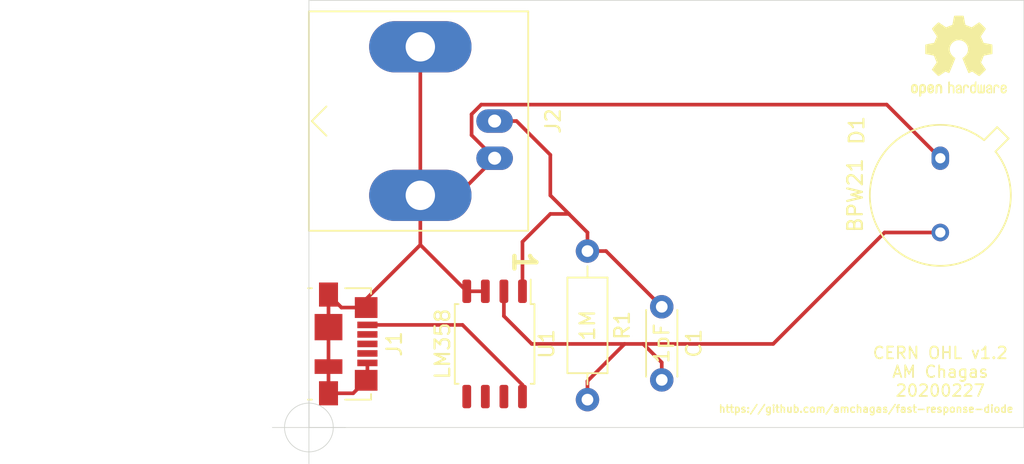
<source format=kicad_pcb>

(kicad_pcb
  (version 20171130)
  (host pcbnew "(5.1.12)-1")
  (general
    (thickness 1.6)
    (drawings 13)
    (tracks 48)
    (zones 0)
    (modules 7)
    (nets 8))
  (page A4)
  (layers
    (0 F.Cu signal)
    (31 B.Cu signal)
    (32 B.Adhes user hide)
    (33 F.Adhes user hide)
    (34 B.Paste user hide)
    (35 F.Paste user hide)
    (36 B.SilkS user hide)
    (37 F.SilkS user hide)
    (38 B.Mask user hide)
    (39 F.Mask user hide)
    (40 Dwgs.User user hide)
    (41 Cmts.User user hide)
    (42 Eco1.User user hide)
    (43 Eco2.User user hide)
    (44 Edge.Cuts user)
    (45 Margin user hide)
    (46 B.CrtYd user hide)
    (47 F.CrtYd user hide)
    (48 B.Fab user hide)
    (49 F.Fab user hide))
  (setup
    (last_trace_width 0.25)
    (trace_clearance 0.2)
    (zone_clearance 0.508)
    (zone_45_only no)
    (trace_min 0.2)
    (via_size 0.8)
    (via_drill 0.4)
    (via_min_size 0.4)
    (via_min_drill 0.3)
    (uvia_size 0.3)
    (uvia_drill 0.1)
    (uvias_allowed no)
    (uvia_min_size 0.2)
    (uvia_min_drill 0.1)
    (edge_width 0.05)
    (segment_width 0.2)
    (pcb_text_width 0.3)
    (pcb_text_size 1.5 1.5)
    (mod_edge_width 0.12)
    (mod_text_size 1 1)
    (mod_text_width 0.15)
    (pad_size 1.524 1.524)
    (pad_drill 0.762)
    (pad_to_mask_clearance 0.051)
    (solder_mask_min_width 0.25)
    (aux_axis_origin 106.68 116.84)
    (grid_origin 105.41 118.11)
    (visible_elements 7FFFFFFF)
    (pcbplotparams
      (layerselection 0x2ffff_ffffffff)
      (usegerberextensions false)
      (usegerberattributes false)
      (usegerberadvancedattributes false)
      (creategerberjobfile false)
      (excludeedgelayer true)
      (linewidth 0.1)
      (plotframeref false)
      (viasonmask false)
      (mode 1)
      (useauxorigin false)
      (hpglpennumber 1)
      (hpglpenspeed 20)
      (hpglpendiameter 15.0)
      (psnegative false)
      (psa4output false)
      (plotreference true)
      (plotvalue true)
      (plotinvisibletext false)
      (padsonsilk false)
      (subtractmaskfromsilk false)
      (outputformat 1)
      (mirror false)
      (drillshape 0)
      (scaleselection 1)
      (outputdirectory "gerbers/")))
  (net 0 "")
  (net 1 /BNC+)
  (net 2 "Net-(C1-Pad2)")
  (net 3 GNDREF)
  (net 4 +5V)
  (net 5 "Net-(J1-Pad2)")
  (net 6 "Net-(J1-Pad3)")
  (net 7 "Net-(J1-Pad4)")
  (net_class Default "This is the default net class."
    (clearance 0.2)
    (trace_width 0.25)
    (via_dia 0.8)
    (via_drill 0.4)
    (uvia_dia 0.3)
    (uvia_drill 0.1)
    (add_net +5V)
    (add_net /BNC+)
    (add_net GNDREF)
    (add_net "Net-(C1-Pad2)")
    (add_net "Net-(J1-Pad2)")
    (add_net "Net-(J1-Pad3)")
    (add_net "Net-(J1-Pad4)"))
  (module Symbol:OSHW-Logo2_7.3x6mm_SilkScreen
    (layer F.Cu)
    (tedit 0)
    (tstamp 5E57F149)
    (at 151.13 90.805)
    (descr "Open Source Hardware Symbol")
    (tags "Logo Symbol OSHW")
    (attr virtual)
    (fp_text reference REF**
      (at 0 0)
      (layer F.SilkS) hide
      (effects
        (font
          (size 1 1)
          (thickness 0.15))))
    (fp_text value OSHW-Logo2_7.3x6mm_SilkScreen
      (at 0.75 0)
      (layer F.Fab) hide
      (effects
        (font
          (size 1 1)
          (thickness 0.15))))
    (fp_poly
      (pts
        (xy -2.400256 1.919918)
        (xy -2.344799 1.947568)
        (xy -2.295852 1.99848)
        (xy -2.282371 2.017338)
        (xy -2.267686 2.042015)
        (xy -2.258158 2.068816)
        (xy -2.252707 2.104587)
        (xy -2.250253 2.156169)
        (xy -2.249714 2.224267)
        (xy -2.252148 2.317588)
        (xy -2.260606 2.387657)
        (xy -2.276826 2.439931)
        (xy -2.302546 2.479869)
        (xy -2.339503 2.512929)
        (xy -2.342218 2.514886)
        (xy -2.37864 2.534908)
        (xy -2.422498 2.544815)
        (xy -2.478276 2.547257)
        (xy -2.568952 2.547257)
        (xy -2.56899 2.635283)
        (xy -2.569834 2.684308)
        (xy -2.574976 2.713065)
        (xy -2.588413 2.730311)
        (xy -2.614142 2.744808)
        (xy -2.620321 2.747769)
        (xy -2.649236 2.761648)
        (xy -2.671624 2.770414)
        (xy -2.688271 2.771171)
        (xy -2.699964 2.761023)
        (xy -2.70749 2.737073)
        (xy -2.711634 2.696426)
        (xy -2.713185 2.636186)
        (xy -2.712929 2.553455)
        (xy -2.711651 2.445339)
        (xy -2.711252 2.413)
        (xy -2.709815 2.301524)
        (xy -2.708528 2.228603)
        (xy -2.569029 2.228603)
        (xy -2.568245 2.290499)
        (xy -2.56476 2.330997)
        (xy -2.556876 2.357708)
        (xy -2.542895 2.378244)
        (xy -2.533403 2.38826)
        (xy -2.494596 2.417567)
        (xy -2.460237 2.419952)
        (xy -2.424784 2.39575)
        (xy -2.423886 2.394857)
        (xy -2.409461 2.376153)
        (xy -2.400687 2.350732)
        (xy -2.396261 2.311584)
        (xy -2.394882 2.251697)
        (xy -2.394857 2.23843)
        (xy -2.398188 2.155901)
        (xy -2.409031 2.098691)
        (xy -2.42866 2.063766)
        (xy -2.45835 2.048094)
        (xy -2.475509 2.046514)
        (xy -2.516234 2.053926)
        (xy -2.544168 2.07833)
        (xy -2.560983 2.12298)
        (xy -2.56835 2.19113)
        (xy -2.569029 2.228603)
        (xy -2.708528 2.228603)
        (xy -2.708292 2.215245)
        (xy -2.706323 2.150333)
        (xy -2.70355 2.102958)
        (xy -2.699612 2.06929)
        (xy -2.694151 2.045498)
        (xy -2.686808 2.027753)
        (xy -2.677223 2.012224)
        (xy -2.673113 2.006381)
        (xy -2.618595 1.951185)
        (xy -2.549664 1.91989)
        (xy -2.469928 1.911165)
        (xy -2.400256 1.919918))
      (layer F.SilkS)
      (width 0.01))
    (fp_poly
      (pts
        (xy -1.283907 1.92778)
        (xy -1.237328 1.954723)
        (xy -1.204943 1.981466)
        (xy -1.181258 2.009484)
        (xy -1.164941 2.043748)
        (xy -1.154661 2.089227)
        (xy -1.149086 2.150892)
        (xy -1.146884 2.233711)
        (xy -1.146629 2.293246)
        (xy -1.146629 2.512391)
        (xy -1.208314 2.540044)
        (xy -1.27 2.567697)
        (xy -1.277257 2.32767)
        (xy -1.280256 2.238028)
        (xy -1.283402 2.172962)
        (xy -1.287299 2.128026)
        (xy -1.292553 2.09877)
        (xy -1.299769 2.080748)
        (xy -1.30955 2.069511)
        (xy -1.312688 2.067079)
        (xy -1.360239 2.048083)
        (xy -1.408303 2.0556)
        (xy -1.436914 2.075543)
        (xy -1.448553 2.089675)
        (xy -1.456609 2.10822)
        (xy -1.461729 2.136334)
        (xy -1.464559 2.179173)
        (xy -1.465744 2.241895)
        (xy -1.465943 2.307261)
        (xy -1.465982 2.389268)
        (xy -1.467386 2.447316)
        (xy -1.472086 2.486465)
        (xy -1.482013 2.51178)
        (xy -1.499097 2.528323)
        (xy -1.525268 2.541156)
        (xy -1.560225 2.554491)
        (xy -1.598404 2.569007)
        (xy -1.593859 2.311389)
        (xy -1.592029 2.218519)
        (xy -1.589888 2.149889)
        (xy -1.586819 2.100711)
        (xy -1.582206 2.066198)
        (xy -1.575432 2.041562)
        (xy -1.565881 2.022016)
        (xy -1.554366 2.00477)
        (xy -1.49881 1.94968)
        (xy -1.43102 1.917822)
        (xy -1.357287 1.910191)
        (xy -1.283907 1.92778))
      (layer F.SilkS)
      (width 0.01))
    (fp_poly
      (pts
        (xy -2.958885 1.921962)
        (xy -2.890855 1.957733)
        (xy -2.840649 2.015301)
        (xy -2.822815 2.052312)
        (xy -2.808937 2.107882)
        (xy -2.801833 2.178096)
        (xy -2.80116 2.254727)
        (xy -2.806573 2.329552)
        (xy -2.81773 2.394342)
        (xy -2.834286 2.440873)
        (xy -2.839374 2.448887)
        (xy -2.899645 2.508707)
        (xy -2.971231 2.544535)
        (xy -3.048908 2.55502)
        (xy -3.127452 2.53881)
        (xy -3.149311 2.529092)
        (xy -3.191878 2.499143)
        (xy -3.229237 2.459433)
        (xy -3.232768 2.454397)
        (xy -3.247119 2.430124)
        (xy -3.256606 2.404178)
        (xy -3.26221 2.370022)
        (xy -3.264914 2.321119)
        (xy -3.265701 2.250935)
        (xy -3.265714 2.2352)
        (xy -3.265678 2.230192)
        (xy -3.120571 2.230192)
        (xy -3.119727 2.29643)
        (xy -3.116404 2.340386)
        (xy -3.109417 2.368779)
        (xy -3.097584 2.388325)
        (xy -3.091543 2.394857)
        (xy -3.056814 2.41968)
        (xy -3.023097 2.418548)
        (xy -2.989005 2.397016)
        (xy -2.968671 2.374029)
        (xy -2.956629 2.340478)
        (xy -2.949866 2.287569)
        (xy -2.949402 2.281399)
        (xy -2.948248 2.185513)
        (xy -2.960312 2.114299)
        (xy -2.98543 2.068194)
        (xy -3.02344 2.047635)
        (xy -3.037008 2.046514)
        (xy -3.072636 2.052152)
        (xy -3.097006 2.071686)
        (xy -3.111907 2.109042)
        (xy -3.119125 2.16815)
        (xy -3.120571 2.230192)
        (xy -3.265678 2.230192)
        (xy -3.265174 2.160413)
        (xy -3.262904 2.108159)
        (xy -3.257932 2.071949)
        (xy -3.249287 2.045299)
        (xy -3.235995 2.021722)
        (xy -3.233057 2.017338)
        (xy -3.183687 1.958249)
        (xy -3.129891 1.923947)
        (xy -3.064398 1.910331)
        (xy -3.042158 1.909665)
        (xy -2.958885 1.921962))
      (layer F.SilkS)
      (width 0.01))
    (fp_poly
      (pts
        (xy -1.831697 1.931239)
        (xy -1.774473 1.969735)
        (xy -1.730251 2.025335)
        (xy -1.703833 2.096086)
        (xy -1.69849 2.148162)
        (xy -1.699097 2.169893)
        (xy -1.704178 2.186531)
        (xy -1.718145 2.201437)
        (xy -1.745411 2.217973)
        (xy -1.790388 2.239498)
        (xy -1.857489 2.269374)
        (xy -1.857829 2.269524)
        (xy -1.919593 2.297813)
        (xy -1.970241 2.322933)
        (xy -2.004596 2.342179)
        (xy -2.017482 2.352848)
        (xy -2.017486 2.352934)
        (xy -2.006128 2.376166)
        (xy -1.979569 2.401774)
        (xy -1.949077 2.420221)
        (xy -1.93363 2.423886)
        (xy -1.891485 2.411212)
        (xy -1.855192 2.379471)
        (xy -1.837483 2.344572)
        (xy -1.820448 2.318845)
        (xy -1.787078 2.289546)
        (xy -1.747851 2.264235)
        (xy -1.713244 2.250471)
        (xy -1.706007 2.249714)
        (xy -1.697861 2.26216)
        (xy -1.69737 2.293972)
        (xy -1.703357 2.336866)
        (xy -1.714643 2.382558)
        (xy -1.73005 2.422761)
        (xy -1.730829 2.424322)
        (xy -1.777196 2.489062)
        (xy -1.837289 2.533097)
        (xy -1.905535 2.554711)
        (xy -1.976362 2.552185)
        (xy -2.044196 2.523804)
        (xy -2.047212 2.521808)
        (xy -2.100573 2.473448)
        (xy -2.13566 2.410352)
        (xy -2.155078 2.327387)
        (xy -2.157684 2.304078)
        (xy -2.162299 2.194055)
        (xy -2.156767 2.142748)
        (xy -2.017486 2.142748)
        (xy -2.015676 2.174753)
        (xy -2.005778 2.184093)
        (xy -1.981102 2.177105)
        (xy -1.942205 2.160587)
        (xy -1.898725 2.139881)
        (xy -1.897644 2.139333)
        (xy -1.860791 2.119949)
        (xy -1.846 2.107013)
        (xy -1.849647 2.093451)
        (xy -1.865005 2.075632)
        (xy -1.904077 2.049845)
        (xy -1.946154 2.04795)
        (xy -1.983897 2.066717)
        (xy -2.009966 2.102915)
        (xy -2.017486 2.142748)
        (xy -2.156767 2.142748)
        (xy -2.152806 2.106027)
        (xy -2.12845 2.036212)
        (xy -2.094544 1.987302)
        (xy -2.033347 1.937878)
        (xy -1.965937 1.913359)
        (xy -1.89712 1.911797)
        (xy -1.831697 1.931239))
      (layer F.SilkS)
      (width 0.01))
    (fp_poly
      (pts
        (xy -0.624114 1.851289)
        (xy -0.619861 1.910613)
        (xy -0.614975 1.945572)
        (xy -0.608205 1.96082)
        (xy -0.598298 1.961015)
        (xy -0.595086 1.959195)
        (xy -0.552356 1.946015)
        (xy -0.496773 1.946785)
        (xy -0.440263 1.960333)
        (xy -0.404918 1.977861)
        (xy -0.368679 2.005861)
        (xy -0.342187 2.037549)
        (xy -0.324001 2.077813)
        (xy -0.312678 2.131543)
        (xy -0.306778 2.203626)
        (xy -0.304857 2.298951)
        (xy -0.304823 2.317237)
        (xy -0.3048 2.522646)
        (xy -0.350509 2.53858)
        (xy -0.382973 2.54942)
        (xy -0.400785 2.554468)
        (xy -0.401309 2.554514)
        (xy -0.403063 2.540828)
        (xy -0.404556 2.503076)
        (xy -0.405674 2.446224)
        (xy -0.406303 2.375234)
        (xy -0.4064 2.332073)
        (xy -0.406602 2.246973)
        (xy -0.407642 2.185981)
        (xy -0.410169 2.144177)
        (xy -0.414836 2.116642)
        (xy -0.422293 2.098456)
        (xy -0.433189 2.084698)
        (xy -0.439993 2.078073)
        (xy -0.486728 2.051375)
        (xy -0.537728 2.049375)
        (xy -0.583999 2.071955)
        (xy -0.592556 2.080107)
        (xy -0.605107 2.095436)
        (xy -0.613812 2.113618)
        (xy -0.619369 2.139909)
        (xy -0.622474 2.179562)
        (xy -0.623824 2.237832)
        (xy -0.624114 2.318173)
        (xy -0.624114 2.522646)
        (xy -0.669823 2.53858)
        (xy -0.702287 2.54942)
        (xy -0.720099 2.554468)
        (xy -0.720623 2.554514)
        (xy -0.721963 2.540623)
        (xy -0.723172 2.501439)
        (xy -0.724199 2.4407)
        (xy -0.724998 2.362141)
        (xy -0.725519 2.269498)
        (xy -0.725714 2.166509)
        (xy -0.725714 1.769342)
        (xy -0.678543 1.749444)
        (xy -0.631371 1.729547)
        (xy -0.624114 1.851289))
      (layer F.SilkS)
      (width 0.01))
    (fp_poly
      (pts
        (xy 0.039744 1.950968)
        (xy 0.096616 1.972087)
        (xy 0.097267 1.972493)
        (xy 0.13244 1.99838)
        (xy 0.158407 2.028633)
        (xy 0.17667 2.068058)
        (xy 0.188732 2.121462)
        (xy 0.196096 2.193651)
        (xy 0.200264 2.289432)
        (xy 0.200629 2.303078)
        (xy 0.205876 2.508842)
        (xy 0.161716 2.531678)
        (xy 0.129763 2.54711)
        (xy 0.11047 2.554423)
        (xy 0.109578 2.554514)
        (xy 0.106239 2.541022)
        (xy 0.103587 2.504626)
        (xy 0.101956 2.451452)
        (xy 0.1016 2.408393)
        (xy 0.101592 2.338641)
        (xy 0.098403 2.294837)
        (xy 0.087288 2.273944)
        (xy 0.063501 2.272925)
        (xy 0.022296 2.288741)
        (xy -0.039914 2.317815)
        (xy -0.085659 2.341963)
        (xy -0.109187 2.362913)
        (xy -0.116104 2.385747)
        (xy -0.116114 2.386877)
        (xy -0.104701 2.426212)
        (xy -0.070908 2.447462)
        (xy -0.019191 2.450539)
        (xy 0.018061 2.450006)
        (xy 0.037703 2.460735)
        (xy 0.049952 2.486505)
        (xy 0.057002 2.519337)
        (xy 0.046842 2.537966)
        (xy 0.043017 2.540632)
        (xy 0.007001 2.55134)
        (xy -0.043434 2.552856)
        (xy -0.095374 2.545759)
        (xy -0.132178 2.532788)
        (xy -0.183062 2.489585)
        (xy -0.211986 2.429446)
        (xy -0.217714 2.382462)
        (xy -0.213343 2.340082)
        (xy -0.197525 2.305488)
        (xy -0.166203 2.274763)
        (xy -0.115322 2.24399)
        (xy -0.040824 2.209252)
        (xy -0.036286 2.207288)
        (xy 0.030821 2.176287)
        (xy 0.072232 2.150862)
        (xy 0.089981 2.128014)
        (xy 0.086107 2.104745)
        (xy 0.062643 2.078056)
        (xy 0.055627 2.071914)
        (xy 0.00863 2.0481)
        (xy -0.040067 2.049103)
        (xy -0.082478 2.072451)
        (xy -0.110616 2.115675)
        (xy -0.113231 2.12416)
        (xy -0.138692 2.165308)
        (xy -0.170999 2.185128)
        (xy -0.217714 2.20477)
        (xy -0.217714 2.15395)
        (xy -0.203504 2.080082)
        (xy -0.161325 2.012327)
        (xy -0.139376 1.989661)
        (xy -0.089483 1.960569)
        (xy -0.026033 1.9474)
        (xy 0.039744 1.950968))
      (layer F.SilkS)
      (width 0.01))
    (fp_poly
      (pts
        (xy 0.529926 1.949755)
        (xy 0.595858 1.974084)
        (xy 0.649273 2.017117)
        (xy 0.670164 2.047409)
        (xy 0.692939 2.102994)
        (xy 0.692466 2.143186)
        (xy 0.668562 2.170217)
        (xy 0.659717 2.174813)
        (xy 0.62153 2.189144)
        (xy 0.602028 2.185472)
        (xy 0.595422 2.161407)
        (xy 0.595086 2.148114)
        (xy 0.582992 2.09921)
        (xy 0.551471 2.064999)
        (xy 0.507659 2.048476)
        (xy 0.458695 2.052634)
        (xy 0.418894 2.074227)
        (xy 0.40545 2.086544)
        (xy 0.395921 2.101487)
        (xy 0.389485 2.124075)
        (xy 0.385317 2.159328)
        (xy 0.382597 2.212266)
        (xy 0.380502 2.287907)
        (xy 0.37996 2.311857)
        (xy 0.377981 2.39379)
        (xy 0.375731 2.451455)
        (xy 0.372357 2.489608)
        (xy 0.367006 2.513004)
        (xy 0.358824 2.526398)
        (xy 0.346959 2.534545)
        (xy 0.339362 2.538144)
        (xy 0.307102 2.550452)
        (xy 0.288111 2.554514)
        (xy 0.281836 2.540948)
        (xy 0.278006 2.499934)
        (xy 0.2766 2.430999)
        (xy 0.277598 2.333669)
        (xy 0.277908 2.318657)
        (xy 0.280101 2.229859)
        (xy 0.282693 2.165019)
        (xy 0.286382 2.119067)
        (xy 0.291864 2.086935)
        (xy 0.299835 2.063553)
        (xy 0.310993 2.043852)
        (xy 0.31683 2.03541)
        (xy 0.350296 1.998057)
        (xy 0.387727 1.969003)
        (xy 0.392309 1.966467)
        (xy 0.459426 1.946443)
        (xy 0.529926 1.949755))
      (layer F.SilkS)
      (width 0.01))
    (fp_poly
      (pts
        (xy 1.190117 2.065358)
        (xy 1.189933 2.173837)
        (xy 1.189219 2.257287)
        (xy 1.187675 2.319704)
        (xy 1.185001 2.365085)
        (xy 1.180894 2.397429)
        (xy 1.175055 2.420733)
        (xy 1.167182 2.438995)
        (xy 1.161221 2.449418)
        (xy 1.111855 2.505945)
        (xy 1.049264 2.541377)
        (xy 0.980013 2.55409)
        (xy 0.910668 2.542463)
        (xy 0.869375 2.521568)
        (xy 0.826025 2.485422)
        (xy 0.796481 2.441276)
        (xy 0.778655 2.383462)
        (xy 0.770463 2.306313)
        (xy 0.769302 2.249714)
        (xy 0.769458 2.245647)
        (xy 0.870857 2.245647)
        (xy 0.871476 2.31055)
        (xy 0.874314 2.353514)
        (xy 0.88084 2.381622)
        (xy 0.892523 2.401953)
        (xy 0.906483 2.417288)
        (xy 0.953365 2.44689)
        (xy 1.003701 2.449419)
        (xy 1.051276 2.424705)
        (xy 1.054979 2.421356)
        (xy 1.070783 2.403935)
        (xy 1.080693 2.383209)
        (xy 1.086058 2.352362)
        (xy 1.088228 2.304577)
        (xy 1.088571 2.251748)
        (xy 1.087827 2.185381)
        (xy 1.084748 2.141106)
        (xy 1.078061 2.112009)
        (xy 1.066496 2.091173)
        (xy 1.057013 2.080107)
        (xy 1.01296 2.052198)
        (xy 0.962224 2.048843)
        (xy 0.913796 2.070159)
        (xy 0.90445 2.078073)
        (xy 0.88854 2.095647)
        (xy 0.87861 2.116587)
        (xy 0.873278 2.147782)
        (xy 0.871163 2.196122)
        (xy 0.870857 2.245647)
        (xy 0.769458 2.245647)
        (xy 0.77281 2.158568)
        (xy 0.784726 2.090086)
        (xy 0.807135 2.0386)
        (xy 0.842124 1.998443)
        (xy 0.869375 1.977861)
        (xy 0.918907 1.955625)
        (xy 0.976316 1.945304)
        (xy 1.029682 1.948067)
        (xy 1.059543 1.959212)
        (xy 1.071261 1.962383)
        (xy 1.079037 1.950557)
        (xy 1.084465 1.918866)
        (xy 1.088571 1.870593)
        (xy 1.093067 1.816829)
        (xy 1.099313 1.784482)
        (xy 1.110676 1.765985)
        (xy 1.130528 1.75377)
        (xy 1.143 1.748362)
        (xy 1.190171 1.728601)
        (xy 1.190117 2.065358))
      (layer F.SilkS)
      (width 0.01))
    (fp_poly
      (pts
        (xy 1.779833 1.958663)
        (xy 1.782048 1.99685)
        (xy 1.783784 2.054886)
        (xy 1.784899 2.12818)
        (xy 1.785257 2.205055)
        (xy 1.785257 2.465196)
        (xy 1.739326 2.511127)
        (xy 1.707675 2.539429)
        (xy 1.67989 2.550893)
        (xy 1.641915 2.550168)
        (xy 1.62684 2.548321)
        (xy 1.579726 2.542948)
        (xy 1.540756 2.539869)
        (xy 1.531257 2.539585)
        (xy 1.499233 2.541445)
        (xy 1.453432 2.546114)
        (xy 1.435674 2.548321)
        (xy 1.392057 2.551735)
        (xy 1.362745 2.54432)
        (xy 1.33368 2.521427)
        (xy 1.323188 2.511127)
        (xy 1.277257 2.465196)
        (xy 1.277257 1.978602)
        (xy 1.314226 1.961758)
        (xy 1.346059 1.949282)
        (xy 1.364683 1.944914)
        (xy 1.369458 1.958718)
        (xy 1.373921 1.997286)
        (xy 1.377775 2.056356)
        (xy 1.380722 2.131663)
        (xy 1.382143 2.195286)
        (xy 1.386114 2.445657)
        (xy 1.420759 2.450556)
        (xy 1.452268 2.447131)
        (xy 1.467708 2.436041)
        (xy 1.472023 2.415308)
        (xy 1.475708 2.371145)
        (xy 1.478469 2.309146)
        (xy 1.480012 2.234909)
        (xy 1.480235 2.196706)
        (xy 1.480457 1.976783)
        (xy 1.526166 1.960849)
        (xy 1.558518 1.950015)
        (xy 1.576115 1.944962)
        (xy 1.576623 1.944914)
        (xy 1.578388 1.958648)
        (xy 1.580329 1.99673)
        (xy 1.582282 2.054482)
        (xy 1.584084 2.127227)
        (xy 1.585343 2.195286)
        (xy 1.589314 2.445657)
        (xy 1.6764 2.445657)
        (xy 1.680396 2.21724)
        (xy 1.684392 1.988822)
        (xy 1.726847 1.966868)
        (xy 1.758192 1.951793)
        (xy 1.776744 1.944951)
        (xy 1.777279 1.944914)
        (xy 1.779833 1.958663))
      (layer F.SilkS)
      (width 0.01))
    (fp_poly
      (pts
        (xy 2.144876 1.956335)
        (xy 2.186667 1.975344)
        (xy 2.219469 1.998378)
        (xy 2.243503 2.024133)
        (xy 2.260097 2.057358)
        (xy 2.270577 2.1028)
        (xy 2.276271 2.165207)
        (xy 2.278507 2.249327)
        (xy 2.278743 2.304721)
        (xy 2.278743 2.520826)
        (xy 2.241774 2.53767)
        (xy 2.212656 2.549981)
        (xy 2.198231 2.554514)
        (xy 2.195472 2.541025)
        (xy 2.193282 2.504653)
        (xy 2.191942 2.451542)
        (xy 2.191657 2.409372)
        (xy 2.190434 2.348447)
        (xy 2.187136 2.300115)
        (xy 2.182321 2.270518)
        (xy 2.178496 2.264229)
        (xy 2.152783 2.270652)
        (xy 2.112418 2.287125)
        (xy 2.065679 2.309458)
        (xy 2.020845 2.333457)
        (xy 1.986193 2.35493)
        (xy 1.970002 2.369685)
        (xy 1.969938 2.369845)
        (xy 1.97133 2.397152)
        (xy 1.983818 2.423219)
        (xy 2.005743 2.444392)
        (xy 2.037743 2.451474)
        (xy 2.065092 2.450649)
        (xy 2.103826 2.450042)
        (xy 2.124158 2.459116)
        (xy 2.136369 2.483092)
        (xy 2.137909 2.487613)
        (xy 2.143203 2.521806)
        (xy 2.129047 2.542568)
        (xy 2.092148 2.552462)
        (xy 2.052289 2.554292)
        (xy 1.980562 2.540727)
        (xy 1.943432 2.521355)
        (xy 1.897576 2.475845)
        (xy 1.873256 2.419983)
        (xy 1.871073 2.360957)
        (xy 1.891629 2.305953)
        (xy 1.922549 2.271486)
        (xy 1.95342 2.252189)
        (xy 2.001942 2.227759)
        (xy 2.058485 2.202985)
        (xy 2.06791 2.199199)
        (xy 2.130019 2.171791)
        (xy 2.165822 2.147634)
        (xy 2.177337 2.123619)
        (xy 2.16658 2.096635)
        (xy 2.148114 2.075543)
        (xy 2.104469 2.049572)
        (xy 2.056446 2.047624)
        (xy 2.012406 2.067637)
        (xy 1.980709 2.107551)
        (xy 1.976549 2.117848)
        (xy 1.952327 2.155724)
        (xy 1.916965 2.183842)
        (xy 1.872343 2.206917)
        (xy 1.872343 2.141485)
        (xy 1.874969 2.101506)
        (xy 1.88623 2.069997)
        (xy 1.911199 2.036378)
        (xy 1.935169 2.010484)
        (xy 1.972441 1.973817)
        (xy 2.001401 1.954121)
        (xy 2.032505 1.94622)
        (xy 2.067713 1.944914)
        (xy 2.144876 1.956335))
      (layer F.SilkS)
      (width 0.01))
    (fp_poly
      (pts
        (xy 2.6526 1.958752)
        (xy 2.669948 1.966334)
        (xy 2.711356 1.999128)
        (xy 2.746765 2.046547)
        (xy 2.768664 2.097151)
        (xy 2.772229 2.122098)
        (xy 2.760279 2.156927)
        (xy 2.734067 2.175357)
        (xy 2.705964 2.186516)
        (xy 2.693095 2.188572)
        (xy 2.686829 2.173649)
        (xy 2.674456 2.141175)
        (xy 2.669028 2.126502)
        (xy 2.63859 2.075744)
        (xy 2.59452 2.050427)
        (xy 2.53801 2.051206)
        (xy 2.533825 2.052203)
        (xy 2.503655 2.066507)
        (xy 2.481476 2.094393)
        (xy 2.466327 2.139287)
        (xy 2.45725 2.204615)
        (xy 2.453286 2.293804)
        (xy 2.452914 2.341261)
        (xy 2.45273 2.416071)
        (xy 2.451522 2.467069)
        (xy 2.448309 2.499471)
        (xy 2.442109 2.518495)
        (xy 2.43194 2.529356)
        (xy 2.416819 2.537272)
        (xy 2.415946 2.53767)
        (xy 2.386828 2.549981)
        (xy 2.372403 2.554514)
        (xy 2.370186 2.540809)
        (xy 2.368289 2.502925)
        (xy 2.366847 2.445715)
        (xy 2.365998 2.374027)
        (xy 2.365829 2.321565)
        (xy 2.366692 2.220047)
        (xy 2.37007 2.143032)
        (xy 2.377142 2.086023)
        (xy 2.389088 2.044526)
        (xy 2.40709 2.014043)
        (xy 2.432327 1.99008)
        (xy 2.457247 1.973355)
        (xy 2.517171 1.951097)
        (xy 2.586911 1.946076)
        (xy 2.6526 1.958752))
      (layer F.SilkS)
      (width 0.01))
    (fp_poly
      (pts
        (xy 3.153595 1.966966)
        (xy 3.211021 2.004497)
        (xy 3.238719 2.038096)
        (xy 3.260662 2.099064)
        (xy 3.262405 2.147308)
        (xy 3.258457 2.211816)
        (xy 3.109686 2.276934)
        (xy 3.037349 2.310202)
        (xy 2.990084 2.336964)
        (xy 2.965507 2.360144)
        (xy 2.961237 2.382667)
        (xy 2.974889 2.407455)
        (xy 2.989943 2.423886)
        (xy 3.033746 2.450235)
        (xy 3.081389 2.452081)
        (xy 3.125145 2.431546)
        (xy 3.157289 2.390752)
        (xy 3.163038 2.376347)
        (xy 3.190576 2.331356)
        (xy 3.222258 2.312182)
        (xy 3.265714 2.295779)
        (xy 3.265714 2.357966)
        (xy 3.261872 2.400283)
        (xy 3.246823 2.435969)
        (xy 3.21528 2.476943)
        (xy 3.210592 2.482267)
        (xy 3.175506 2.51872)
        (xy 3.145347 2.538283)
        (xy 3.107615 2.547283)
        (xy 3.076335 2.55023)
        (xy 3.020385 2.550965)
        (xy 2.980555 2.54166)
        (xy 2.955708 2.527846)
        (xy 2.916656 2.497467)
        (xy 2.889625 2.464613)
        (xy 2.872517 2.423294)
        (xy 2.863238 2.367521)
        (xy 2.859693 2.291305)
        (xy 2.85941 2.252622)
        (xy 2.860372 2.206247)
        (xy 2.948007 2.206247)
        (xy 2.949023 2.231126)
        (xy 2.951556 2.2352)
        (xy 2.968274 2.229665)
        (xy 3.004249 2.215017)
        (xy 3.052331 2.19419)
        (xy 3.062386 2.189714)
        (xy 3.123152 2.158814)
        (xy 3.156632 2.131657)
        (xy 3.16399 2.10622)
        (xy 3.146391 2.080481)
        (xy 3.131856 2.069109)
        (xy 3.07941 2.046364)
        (xy 3.030322 2.050122)
        (xy 2.989227 2.077884)
        (xy 2.960758 2.127152)
        (xy 2.951631 2.166257)
        (xy 2.948007 2.206247)
        (xy 2.860372 2.206247)
        (xy 2.861285 2.162249)
        (xy 2.868196 2.095384)
        (xy 2.881884 2.046695)
        (xy 2.904096 2.010849)
        (xy 2.936574 1.982513)
        (xy 2.950733 1.973355)
        (xy 3.015053 1.949507)
        (xy 3.085473 1.948006)
        (xy 3.153595 1.966966))
      (layer F.SilkS)
      (width 0.01))
    (fp_poly
      (pts
        (xy 0.10391 -2.757652)
        (xy 0.182454 -2.757222)
        (xy 0.239298 -2.756058)
        (xy 0.278105 -2.753793)
        (xy 0.302538 -2.75006)
        (xy 0.316262 -2.744494)
        (xy 0.32294 -2.736727)
        (xy 0.326236 -2.726395)
        (xy 0.326556 -2.725057)
        (xy 0.331562 -2.700921)
        (xy 0.340829 -2.653299)
        (xy 0.353392 -2.587259)
        (xy 0.368287 -2.507872)
        (xy 0.384551 -2.420204)
        (xy 0.385119 -2.417125)
        (xy 0.40141 -2.331211)
        (xy 0.416652 -2.255304)
        (xy 0.429861 -2.193955)
        (xy 0.440054 -2.151718)
        (xy 0.446248 -2.133145)
        (xy 0.446543 -2.132816)
        (xy 0.464788 -2.123747)
        (xy 0.502405 -2.108633)
        (xy 0.551271 -2.090738)
        (xy 0.551543 -2.090642)
        (xy 0.613093 -2.067507)
        (xy 0.685657 -2.038035)
        (xy 0.754057 -2.008403)
        (xy 0.757294 -2.006938)
        (xy 0.868702 -1.956374)
        (xy 1.115399 -2.12484)
        (xy 1.191077 -2.176197)
        (xy 1.259631 -2.222111)
        (xy 1.317088 -2.25997)
        (xy 1.359476 -2.287163)
        (xy 1.382825 -2.301079)
        (xy 1.385042 -2.302111)
        (xy 1.40201 -2.297516)
        (xy 1.433701 -2.275345)
        (xy 1.481352 -2.234553)
        (xy 1.546198 -2.174095)
        (xy 1.612397 -2.109773)
        (xy 1.676214 -2.046388)
        (xy 1.733329 -1.988549)
        (xy 1.780305 -1.939825)
        (xy 1.813703 -1.90379)
        (xy 1.830085 -1.884016)
        (xy 1.830694 -1.882998)
        (xy 1.832505 -1.869428)
        (xy 1.825683 -1.847267)
        (xy 1.80854 -1.813522)
        (xy 1.779393 -1.7652)
        (xy 1.736555 -1.699308)
        (xy 1.679448 -1.614483)
        (xy 1.628766 -1.539823)
        (xy 1.583461 -1.47286)
        (xy 1.54615 -1.417484)
        (xy 1.519452 -1.37758)
        (xy 1.505985 -1.357038)
        (xy 1.505137 -1.355644)
        (xy 1.506781 -1.335962)
        (xy 1.519245 -1.297707)
        (xy 1.540048 -1.248111)
        (xy 1.547462 -1.232272)
        (xy 1.579814 -1.16171)
        (xy 1.614328 -1.081647)
        (xy 1.642365 -1.012371)
        (xy 1.662568 -0.960955)
        (xy 1.678615 -0.921881)
        (xy 1.687888 -0.901459)
        (xy 1.689041 -0.899886)
        (xy 1.706096 -0.897279)
        (xy 1.746298 -0.890137)
        (xy 1.804302 -0.879477)
        (xy 1.874763 -0.866315)
        (xy 1.952335 -0.851667)
        (xy 2.031672 -0.836551)
        (xy 2.107431 -0.821982)
        (xy 2.174264 -0.808978)
        (xy 2.226828 -0.798555)
        (xy 2.259776 -0.79173)
        (xy 2.267857 -0.789801)
        (xy 2.276205 -0.785038)
        (xy 2.282506 -0.774282)
        (xy 2.287045 -0.753902)
        (xy 2.290104 -0.720266)
        (xy 2.291967 -0.669745)
        (xy 2.292918 -0.598708)
        (xy 2.29324 -0.503524)
        (xy 2.293257 -0.464508)
        (xy 2.293257 -0.147201)
        (xy 2.217057 -0.132161)
        (xy 2.174663 -0.124005)
        (xy 2.1114 -0.112101)
        (xy 2.034962 -0.097884)
        (xy 1.953043 -0.08279)
        (xy 1.9304 -0.078645)
        (xy 1.854806 -0.063947)
        (xy 1.788953 -0.049495)
        (xy 1.738366 -0.036625)
        (xy 1.708574 -0.026678)
        (xy 1.703612 -0.023713)
        (xy 1.691426 -0.002717)
        (xy 1.673953 0.037967)
        (xy 1.654577 0.090322)
        (xy 1.650734 0.1016)
        (xy 1.625339 0.171523)
        (xy 1.593817 0.250418)
        (xy 1.562969 0.321266)
        (xy 1.562817 0.321595)
        (xy 1.511447 0.432733)
        (xy 1.680399 0.681253)
        (xy 1.849352 0.929772)
        (xy 1.632429 1.147058)
        (xy 1.566819 1.211726)
        (xy 1.506979 1.268733)
        (xy 1.456267 1.315033)
        (xy 1.418046 1.347584)
        (xy 1.395675 1.363343)
        (xy 1.392466 1.364343)
        (xy 1.373626 1.356469)
        (xy 1.33518 1.334578)
        (xy 1.28133 1.301267)
        (xy 1.216276 1.259131)
        (xy 1.14594 1.211943)
        (xy 1.074555 1.16381)
        (xy 1.010908 1.121928)
        (xy 0.959041 1.088871)
        (xy 0.922995 1.067218)
        (xy 0.906867 1.059543)
        (xy 0.887189 1.066037)
        (xy 0.849875 1.08315)
        (xy 0.802621 1.107326)
        (xy 0.797612 1.110013)
        (xy 0.733977 1.141927)
        (xy 0.690341 1.157579)
        (xy 0.663202 1.157745)
        (xy 0.649057 1.143204)
        (xy 0.648975 1.143)
        (xy 0.641905 1.125779)
        (xy 0.625042 1.084899)
        (xy 0.599695 1.023525)
        (xy 0.567171 0.944819)
        (xy 0.528778 0.851947)
        (xy 0.485822 0.748072)
        (xy 0.444222 0.647502)
        (xy 0.398504 0.536516)
        (xy 0.356526 0.433703)
        (xy 0.319548 0.342215)
        (xy 0.288827 0.265201)
        (xy 0.265622 0.205815)
        (xy 0.25119 0.167209)
        (xy 0.246743 0.1528)
        (xy 0.257896 0.136272)
        (xy 0.287069 0.10993)
        (xy 0.325971 0.080887)
        (xy 0.436757 -0.010961)
        (xy 0.523351 -0.116241)
        (xy 0.584716 -0.232734)
        (xy 0.619815 -0.358224)
        (xy 0.627608 -0.490493)
        (xy 0.621943 -0.551543)
        (xy 0.591078 -0.678205)
        (xy 0.53792 -0.790059)
        (xy 0.465767 -0.885999)
        (xy 0.377917 -0.964924)
        (xy 0.277665 -1.02573)
        (xy 0.16831 -1.067313)
        (xy 0.053147 -1.088572)
        (xy -0.064525 -1.088401)
        (xy -0.18141 -1.065699)
        (xy -0.294211 -1.019362)
        (xy -0.399631 -0.948287)
        (xy -0.443632 -0.908089)
        (xy -0.528021 -0.804871)
        (xy -0.586778 -0.692075)
        (xy -0.620296 -0.57299)
        (xy -0.628965 -0.450905)
        (xy -0.613177 -0.329107)
        (xy -0.573322 -0.210884)
        (xy -0.509793 -0.099525)
        (xy -0.422979 0.001684)
        (xy -0.325971 0.080887)
        (xy -0.285563 0.111162)
        (xy -0.257018 0.137219)
        (xy -0.246743 0.152825)
        (xy -0.252123 0.169843)
        (xy -0.267425 0.2105)
        (xy -0.291388 0.271642)
        (xy -0.322756 0.350119)
        (xy -0.360268 0.44278)
        (xy -0.402667 0.546472)
        (xy -0.444337 0.647526)
        (xy -0.49031 0.758607)
        (xy -0.532893 0.861541)
        (xy -0.570779 0.953165)
        (xy -0.60266 1.030316)
        (xy -0.627229 1.089831)
        (xy -0.64318 1.128544)
        (xy -0.64909 1.143)
        (xy -0.663052 1.157685)
        (xy -0.69006 1.157642)
        (xy -0.733587 1.142099)
        (xy -0.79711 1.110284)
        (xy -0.797612 1.110013)
        (xy -0.84544 1.085323)
        (xy -0.884103 1.067338)
        (xy -0.905905 1.059614)
        (xy -0.906867 1.059543)
        (xy -0.923279 1.067378)
        (xy -0.959513 1.089165)
        (xy -1.011526 1.122328)
        (xy -1.075275 1.164291)
        (xy -1.14594 1.211943)
        (xy -1.217884 1.260191)
        (xy -1.282726 1.302151)
        (xy -1.336265 1.335227)
        (xy -1.374303 1.356821)
        (xy -1.392467 1.364343)
        (xy -1.409192 1.354457)
        (xy -1.44282 1.326826)
        (xy -1.48999 1.284495)
        (xy -1.547342 1.230505)
        (xy -1.611516 1.167899)
        (xy -1.632503 1.146983)
        (xy -1.849501 0.929623)
        (xy -1.684332 0.68722)
        (xy -1.634136 0.612781)
        (xy -1.590081 0.545972)
        (xy -1.554638 0.490665)
        (xy -1.530281 0.450729)
        (xy -1.519478 0.430036)
        (xy -1.519162 0.428563)
        (xy -1.524857 0.409058)
        (xy -1.540174 0.369822)
        (xy -1.562463 0.31743)
        (xy -1.578107 0.282355)
        (xy -1.607359 0.215201)
        (xy -1.634906 0.147358)
        (xy -1.656263 0.090034)
        (xy -1.662065 0.072572)
        (xy -1.678548 0.025938)
        (xy -1.69466 -0.010095)
        (xy -1.70351 -0.023713)
        (xy -1.72304 -0.032048)
        (xy -1.765666 -0.043863)
        (xy -1.825855 -0.057819)
        (xy -1.898078 -0.072578)
        (xy -1.9304 -0.078645)
        (xy -2.012478 -0.093727)
        (xy -2.091205 -0.108331)
        (xy -2.158891 -0.12102)
        (xy -2.20784 -0.130358)
        (xy -2.217057 -0.132161)
        (xy -2.293257 -0.147201)
        (xy -2.293257 -0.464508)
        (xy -2.293086 -0.568846)
        (xy -2.292384 -0.647787)
        (xy -2.290866 -0.704962)
        (xy -2.288251 -0.744001)
        (xy -2.284254 -0.768535)
        (xy -2.278591 -0.782195)
        (xy -2.27098 -0.788611)
        (xy -2.267857 -0.789801)
        (xy -2.249022 -0.79402)
        (xy -2.207412 -0.802438)
        (xy -2.14837 -0.814039)
        (xy -2.077243 -0.827805)
        (xy -1.999375 -0.84272)
        (xy -1.920113 -0.857768)
        (xy -1.844802 -0.871931)
        (xy -1.778787 -0.884194)
        (xy -1.727413 -0.893539)
        (xy -1.696025 -0.89895)
        (xy -1.689041 -0.899886)
        (xy -1.682715 -0.912404)
        (xy -1.66871 -0.945754)
        (xy -1.649645 -0.993623)
        (xy -1.642366 -1.012371)
        (xy -1.613004 -1.084805)
        (xy -1.578429 -1.16483)
        (xy -1.547463 -1.232272)
        (xy -1.524677 -1.283841)
        (xy -1.509518 -1.326215)
        (xy -1.504458 -1.352166)
        (xy -1.505264 -1.355644)
        (xy -1.515959 -1.372064)
        (xy -1.54038 -1.408583)
        (xy -1.575905 -1.461313)
        (xy -1.619913 -1.526365)
        (xy -1.669783 -1.599849)
        (xy -1.679644 -1.614355)
        (xy -1.737508 -1.700296)
        (xy -1.780044 -1.765739)
        (xy -1.808946 -1.813696)
        (xy -1.82591 -1.84718)
        (xy -1.832633 -1.869205)
        (xy -1.83081 -1.882783)
        (xy -1.830764 -1.882869)
        (xy -1.816414 -1.900703)
        (xy -1.784677 -1.935183)
        (xy -1.73899 -1.982732)
        (xy -1.682796 -2.039778)
        (xy -1.619532 -2.102745)
        (xy -1.612398 -2.109773)
        (xy -1.53267 -2.18698)
        (xy -1.471143 -2.24367)
        (xy -1.426579 -2.28089)
        (xy -1.397743 -2.299685)
        (xy -1.385042 -2.302111)
        (xy -1.366506 -2.291529)
        (xy -1.328039 -2.267084)
        (xy -1.273614 -2.231388)
        (xy -1.207202 -2.187053)
        (xy -1.132775 -2.136689)
        (xy -1.115399 -2.12484)
        (xy -0.868703 -1.956374)
        (xy -0.757294 -2.006938)
        (xy -0.689543 -2.036405)
        (xy -0.616817 -2.066041)
        (xy -0.554297 -2.08967)
        (xy -0.551543 -2.090642)
        (xy -0.50264 -2.108543)
        (xy -0.464943 -2.12368)
        (xy -0.446575 -2.13279)
        (xy -0.446544 -2.132816)
        (xy -0.440715 -2.149283)
        (xy -0.430808 -2.189781)
        (xy -0.417805 -2.249758)
        (xy -0.402691 -2.32466)
        (xy -0.386448 -2.409936)
        (xy -0.385119 -2.417125)
        (xy -0.368825 -2.504986)
        (xy -0.353867 -2.58474)
        (xy -0.341209 -2.651319)
        (xy -0.331814 -2.699653)
        (xy -0.326646 -2.724675)
        (xy -0.326556 -2.725057)
        (xy -0.323411 -2.735701)
        (xy -0.317296 -2.743738)
        (xy -0.304547 -2.749533)
        (xy -0.2815 -2.753453)
        (xy -0.244491 -2.755865)
        (xy -0.189856 -2.757135)
        (xy -0.113933 -2.757629)
        (xy -0.013056 -2.757714)
        (xy 0 -2.757714)
        (xy 0.10391 -2.757652))
      (layer F.SilkS)
      (width 0.01)))
  (module Package_TO_SOT_THT:TO-5-2_Window
    (layer F.Cu)
    (tedit 5A02FF81)
    (tstamp 5E57E12A)
    (at 149.86 97.79 270)
    (descr "TO-5-2_Window, Window")
    (tags "TO-5-2_Window Window")
    (path /5E56DA71)
    (fp_text reference D1
      (at -1.905 5.715 90)
      (layer F.SilkS)
      (effects
        (font
          (size 1 1)
          (thickness 0.15))))
    (fp_text value BPW21
      (at 2.54 5.82 90)
      (layer F.SilkS)
      (effects
        (font
          (size 1 1)
          (thickness 0.15))))
    (fp_text user %R
      (at 8.255 3.81 90)
      (layer F.Fab)
      (effects
        (font
          (size 1 1)
          (thickness 0.15))))
    (fp_circle
      (center 2.54 0)
      (end 5.49 0)
      (layer F.Fab)
      (width 0.1))
    (fp_circle
      (center 2.54 0)
      (end 6.79 0)
      (layer F.Fab)
      (width 0.1))
    (fp_line
      (start 7.49 -4.95)
      (end -2.41 -4.95)
      (layer F.CrtYd)
      (width 0.05))
    (fp_line
      (start 7.49 4.95)
      (end 7.49 -4.95)
      (layer F.CrtYd)
      (width 0.05))
    (fp_line
      (start -2.41 4.95)
      (end 7.49 4.95)
      (layer F.CrtYd)
      (width 0.05))
    (fp_line
      (start -2.41 -4.95)
      (end -2.41 4.95)
      (layer F.CrtYd)
      (width 0.05))
    (fp_line
      (start -2.125856 -3.888039)
      (end -1.234902 -2.997084)
      (layer F.SilkS)
      (width 0.12))
    (fp_line
      (start -1.348039 -4.665856)
      (end -2.125856 -3.888039)
      (layer F.SilkS)
      (width 0.12))
    (fp_line
      (start -0.457084 -3.774902)
      (end -1.348039 -4.665856)
      (layer F.SilkS)
      (width 0.12))
    (fp_line
      (start -0.097 1.324)
      (end 1.216 2.637)
      (layer F.Fab)
      (width 0.1))
    (fp_line
      (start -0.371 0.485)
      (end 2.055 2.911)
      (layer F.Fab)
      (width 0.1))
    (fp_line
      (start -0.408 -0.12)
      (end 2.66 2.948)
      (layer F.Fab)
      (width 0.1))
    (fp_line
      (start -0.344 -0.622)
      (end 3.162 2.884)
      (layer F.Fab)
      (width 0.1))
    (fp_line
      (start -0.215 -1.058)
      (end 3.598 2.755)
      (layer F.Fab)
      (width 0.1))
    (fp_line
      (start -0.034 -1.443)
      (end 3.983 2.574)
      (layer F.Fab)
      (width 0.1))
    (fp_line
      (start 0.19 -1.784)
      (end 4.324 2.35)
      (layer F.Fab)
      (width 0.1))
    (fp_line
      (start 0.454 -2.086)
      (end 4.626 2.086)
      (layer F.Fab)
      (width 0.1))
    (fp_line
      (start 0.756 -2.35)
      (end 4.89 1.784)
      (layer F.Fab)
      (width 0.1))
    (fp_line
      (start 1.097 -2.574)
      (end 5.114 1.443)
      (layer F.Fab)
      (width 0.1))
    (fp_line
      (start 1.482 -2.755)
      (end 5.295 1.058)
      (layer F.Fab)
      (width 0.1))
    (fp_line
      (start 1.918 -2.884)
      (end 5.424 0.622)
      (layer F.Fab)
      (width 0.1))
    (fp_line
      (start 2.42 -2.948)
      (end 5.488 0.12)
      (layer F.Fab)
      (width 0.1))
    (fp_line
      (start 3.025 -2.911)
      (end 5.451 -0.485)
      (layer F.Fab)
      (width 0.1))
    (fp_line
      (start 3.864 -2.637)
      (end 5.177 -1.324)
      (layer F.Fab)
      (width 0.1))
    (fp_line
      (start -1.879621 -3.81151)
      (end -1.07352 -3.005408)
      (layer F.Fab)
      (width 0.1))
    (fp_line
      (start -1.27151 -4.419621)
      (end -1.879621 -3.81151)
      (layer F.Fab)
      (width 0.1))
    (fp_line
      (start -0.465408 -3.61352)
      (end -1.27151 -4.419621)
      (layer F.Fab)
      (width 0.1))
    (fp_arc
      (start 2.54 0)
      (end -0.465408 -3.61352)
      (angle 349.5)
      (layer F.Fab)
      (width 0.1))
    (fp_arc
      (start 2.54 0)
      (end -0.457084 -3.774902)
      (angle 346.9)
      (layer F.SilkS)
      (width 0.12))
    (pad 1 thru_hole oval
      (at 0 0 270)
      (size 1.6 1.2)
      (drill 0.7)
      (layers *.Cu *.Mask)
      (net 3 GNDREF))
    (pad 2 thru_hole oval
      (at 5.08 0 270)
      (size 1.2 1.2)
      (drill 0.7)
      (layers *.Cu *.Mask)
      (net 2 "Net-(C1-Pad2)"))
    (model ${KISYS3DMOD}/Package_TO_SOT_THT.3dshapes/TO-5-2_Window.wrl
      (at
        (xyz 0 0 0))
      (scale
        (xyz 1 1 1))
      (rotate
        (xyz 0 0 0))))
  (module Capacitor_THT:C_Disc_D4.3mm_W1.9mm_P5.00mm
    (layer F.Cu)
    (tedit 5AE50EF0)
    (tstamp 5E57E106)
    (at 130.81 107.95 270)
    (descr "C, Disc series, Radial, pin pitch=5.00mm, , diameter*width=4.3*1.9mm^2, Capacitor, http://www.vishay.com/docs/45233/krseries.pdf")
    (tags "C Disc series Radial pin pitch 5.00mm  diameter 4.3mm width 1.9mm Capacitor")
    (path /5E56D0CF)
    (fp_text reference C1
      (at 2.5 -2.2 90)
      (layer F.SilkS)
      (effects
        (font
          (size 1 1)
          (thickness 0.15))))
    (fp_text value 1pF
      (at 2.5 0 90)
      (layer F.SilkS)
      (effects
        (font
          (size 1 1)
          (thickness 0.15))))
    (fp_text user %R
      (at 2.5 0 90)
      (layer F.Fab)
      (effects
        (font
          (size 0.86 0.86)
          (thickness 0.129))))
    (fp_line
      (start 6.05 -1.2)
      (end -1.05 -1.2)
      (layer F.CrtYd)
      (width 0.05))
    (fp_line
      (start 6.05 1.2)
      (end 6.05 -1.2)
      (layer F.CrtYd)
      (width 0.05))
    (fp_line
      (start -1.05 1.2)
      (end 6.05 1.2)
      (layer F.CrtYd)
      (width 0.05))
    (fp_line
      (start -1.05 -1.2)
      (end -1.05 1.2)
      (layer F.CrtYd)
      (width 0.05))
    (fp_line
      (start 4.77 1.055)
      (end 4.77 1.07)
      (layer F.SilkS)
      (width 0.12))
    (fp_line
      (start 4.77 -1.07)
      (end 4.77 -1.055)
      (layer F.SilkS)
      (width 0.12))
    (fp_line
      (start 0.23 1.055)
      (end 0.23 1.07)
      (layer F.SilkS)
      (width 0.12))
    (fp_line
      (start 0.23 -1.07)
      (end 0.23 -1.055)
      (layer F.SilkS)
      (width 0.12))
    (fp_line
      (start 0.23 1.07)
      (end 4.77 1.07)
      (layer F.SilkS)
      (width 0.12))
    (fp_line
      (start 0.23 -1.07)
      (end 4.77 -1.07)
      (layer F.SilkS)
      (width 0.12))
    (fp_line
      (start 4.65 -0.95)
      (end 0.35 -0.95)
      (layer F.Fab)
      (width 0.1))
    (fp_line
      (start 4.65 0.95)
      (end 4.65 -0.95)
      (layer F.Fab)
      (width 0.1))
    (fp_line
      (start 0.35 0.95)
      (end 4.65 0.95)
      (layer F.Fab)
      (width 0.1))
    (fp_line
      (start 0.35 -0.95)
      (end 0.35 0.95)
      (layer F.Fab)
      (width 0.1))
    (pad 1 thru_hole circle
      (at 0 0 270)
      (size 1.6 1.6)
      (drill 0.8)
      (layers *.Cu *.Mask)
      (net 1 /BNC+))
    (pad 2 thru_hole circle
      (at 5 0 270)
      (size 1.6 1.6)
      (drill 0.8)
      (layers *.Cu *.Mask)
      (net 2 "Net-(C1-Pad2)"))
    (model ${KISYS3DMOD}/Capacitor_THT.3dshapes/C_Disc_D4.3mm_W1.9mm_P5.00mm.wrl
      (at
        (xyz 0 0 0))
      (scale
        (xyz 1 1 1))
      (rotate
        (xyz 0 0 0))))
  (module Connector_USB:USB_Micro-B_Molex_47346-0001
    (layer F.Cu)
    (tedit 5D8620A7)
    (tstamp 5E57E14A)
    (at 109.22 110.49 270)
    (descr "Micro USB B receptable with flange, bottom-mount, SMD, right-angle (http://www.molex.com/pdm_docs/sd/473460001_sd.pdf)")
    (tags "Micro B USB SMD")
    (path /5E56DA6D)
    (attr smd)
    (fp_text reference J1
      (at 0 -3.3 270)
      (layer F.SilkS)
      (effects
        (font
          (size 1 1)
          (thickness 0.15))))
    (fp_text value USB_B_Micro
      (at 0 4.6 270)
      (layer F.Fab)
      (effects
        (font
          (size 1 1)
          (thickness 0.15))))
    (fp_text user "PCB Edge"
      (at 0 2.67 270)
      (layer Dwgs.User)
      (effects
        (font
          (size 0.4 0.4)
          (thickness 0.04))))
    (fp_text user %R
      (at 0 1.2 90)
      (layer F.Fab)
      (effects
        (font
          (size 1 1)
          (thickness 0.15))))
    (fp_line
      (start -3.25 2.65)
      (end 3.25 2.65)
      (layer F.Fab)
      (width 0.1))
    (fp_line
      (start -3.81 2.6)
      (end -3.81 2.34)
      (layer F.SilkS)
      (width 0.12))
    (fp_line
      (start -3.81 0.06)
      (end -3.81 -1.71)
      (layer F.SilkS)
      (width 0.12))
    (fp_line
      (start -3.81 -1.71)
      (end -3.43 -1.71)
      (layer F.SilkS)
      (width 0.12))
    (fp_line
      (start 3.81 -1.71)
      (end 3.81 0.06)
      (layer F.SilkS)
      (width 0.12))
    (fp_line
      (start 3.81 2.34)
      (end 3.81 2.6)
      (layer F.SilkS)
      (width 0.12))
    (fp_line
      (start -3.75 3.35)
      (end -3.75 -1.65)
      (layer F.Fab)
      (width 0.1))
    (fp_line
      (start -3.75 -1.65)
      (end 3.75 -1.65)
      (layer F.Fab)
      (width 0.1))
    (fp_line
      (start 3.75 -1.65)
      (end 3.75 3.35)
      (layer F.Fab)
      (width 0.1))
    (fp_line
      (start 3.75 3.35)
      (end -3.75 3.35)
      (layer F.Fab)
      (width 0.1))
    (fp_line
      (start -4.7 3.85)
      (end -4.7 -2.65)
      (layer F.CrtYd)
      (width 0.05))
    (fp_line
      (start -4.7 -2.65)
      (end 4.7 -2.65)
      (layer F.CrtYd)
      (width 0.05))
    (fp_line
      (start 4.7 -2.65)
      (end 4.7 3.85)
      (layer F.CrtYd)
      (width 0.05))
    (fp_line
      (start 4.7 3.85)
      (end -4.7 3.85)
      (layer F.CrtYd)
      (width 0.05))
    (fp_line
      (start 3.81 -1.71)
      (end 3.43 -1.71)
      (layer F.SilkS)
      (width 0.12))
    (pad 1 smd rect
      (at -1.3 -1.46 270)
      (size 0.45 1.38)
      (layers F.Cu F.Paste F.Mask)
      (net 4 +5V))
    (pad 2 smd rect
      (at -0.65 -1.46 270)
      (size 0.45 1.38)
      (layers F.Cu F.Paste F.Mask)
      (net 5 "Net-(J1-Pad2)"))
    (pad 3 smd rect
      (at 0 -1.46 270)
      (size 0.45 1.38)
      (layers F.Cu F.Paste F.Mask)
      (net 6 "Net-(J1-Pad3)"))
    (pad 4 smd rect
      (at 0.65 -1.46 270)
      (size 0.45 1.38)
      (layers F.Cu F.Paste F.Mask)
      (net 7 "Net-(J1-Pad4)"))
    (pad 5 smd rect
      (at 1.3 -1.46 270)
      (size 0.45 1.38)
      (layers F.Cu F.Paste F.Mask)
      (net 3 GNDREF))
    (pad 6 smd rect
      (at -2.4875 -1.375 270)
      (size 1.425 1.55)
      (layers F.Cu F.Paste F.Mask)
      (net 3 GNDREF))
    (pad 6 smd rect
      (at 2.4875 -1.375 270)
      (size 1.425 1.55)
      (layers F.Cu F.Paste F.Mask)
      (net 3 GNDREF))
    (pad 6 smd rect
      (at -3.375 1.2 270)
      (size 1.65 1.3)
      (layers F.Cu F.Paste F.Mask)
      (net 3 GNDREF))
    (pad 6 smd rect
      (at 3.375 1.2 270)
      (size 1.65 1.3)
      (layers F.Cu F.Paste F.Mask)
      (net 3 GNDREF))
    (pad 6 smd rect
      (at -1.15 1.2 270)
      (size 1.8 1.9)
      (layers F.Cu F.Paste F.Mask)
      (net 3 GNDREF))
    (pad 6 smd rect
      (at 1.55 1.2 270)
      (size 1 1.9)
      (layers F.Cu F.Paste F.Mask)
      (net 3 GNDREF))
    (model ${KISYS3DMOD}/Connector_USB.3dshapes/USB_Micro-B_Molex_47346-0001.wrl
      (at
        (xyz 0 0 0))
      (scale
        (xyz 1 1 1))
      (rotate
        (xyz 0 0 0))))
  (module Connector_Coaxial:BNC_Amphenol_B6252HB-NPP3G-50_Horizontal
    (layer F.Cu)
    (tedit 5C13907B)
    (tstamp 5E57E16F)
    (at 119.38 95.25 90)
    (descr http://www.farnell.com/datasheets/612848.pdf)
    (tags "BNC Amphenol Horizontal")
    (path /5E56BE75)
    (fp_text reference J2
      (at 0 4 90)
      (layer F.SilkS)
      (effects
        (font
          (size 1 1)
          (thickness 0.15))))
    (fp_text value Conn_Coaxial
      (at 0 6 270)
      (layer F.Fab)
      (effects
        (font
          (size 1 1)
          (thickness 0.15))))
    (fp_text user %R
      (at 0 0 90)
      (layer F.Fab)
      (effects
        (font
          (size 1 1)
          (thickness 0.15))))
    (fp_line
      (start 0 -12.5)
      (end 1 -11.5)
      (layer F.SilkS)
      (width 0.12))
    (fp_line
      (start 0 -12.5)
      (end -1 -11.5)
      (layer F.SilkS)
      (width 0.12))
    (fp_line
      (start 7.85 2.7)
      (end 7.85 -33.8)
      (layer F.CrtYd)
      (width 0.05))
    (fp_line
      (start 7.85 -33.8)
      (end -7.85 -33.8)
      (layer F.CrtYd)
      (width 0.05))
    (fp_line
      (start -7.85 2.7)
      (end -7.85 -33.8)
      (layer F.CrtYd)
      (width 0.05))
    (fp_line
      (start -7.85 2.7)
      (end 7.85 2.7)
      (layer F.CrtYd)
      (width 0.05))
    (fp_line
      (start -7.5 2.3)
      (end -7.5 -12.7)
      (layer F.SilkS)
      (width 0.12))
    (fp_line
      (start 7.5 2.3)
      (end -7.5 2.3)
      (layer F.SilkS)
      (width 0.12))
    (fp_line
      (start 7.5 -12.7)
      (end 7.5 2.3)
      (layer F.SilkS)
      (width 0.12))
    (fp_line
      (start -7.5 -12.7)
      (end 7.5 -12.7)
      (layer F.SilkS)
      (width 0.12))
    (fp_line
      (start -5 -14)
      (end 5 -15)
      (layer F.Fab)
      (width 0.1))
    (fp_line
      (start -7.35 -12.7)
      (end -7.35 2.2)
      (layer F.Fab)
      (width 0.1))
    (fp_line
      (start 7.35 -12.7)
      (end -7.35 -12.7)
      (layer F.Fab)
      (width 0.1))
    (fp_line
      (start 7.35 2.2)
      (end 7.35 -12.7)
      (layer F.Fab)
      (width 0.1))
    (fp_line
      (start -7.35 2.2)
      (end 7.35 2.2)
      (layer F.Fab)
      (width 0.1))
    (fp_line
      (start -6.35 -21.4)
      (end -6.35 -12.7)
      (layer F.Fab)
      (width 0.1))
    (fp_line
      (start 6.35 -21.4)
      (end -6.35 -21.4)
      (layer F.Fab)
      (width 0.1))
    (fp_line
      (start 6.35 -12.7)
      (end 6.35 -21.4)
      (layer F.Fab)
      (width 0.1))
    (fp_line
      (start -4.8 -33.3)
      (end -4.8 -21.4)
      (layer F.Fab)
      (width 0.1))
    (fp_line
      (start 4.8 -33.3)
      (end -4.8 -33.3)
      (layer F.Fab)
      (width 0.1))
    (fp_line
      (start 4.8 -21.4)
      (end 4.8 -33.3)
      (layer F.Fab)
      (width 0.1))
    (fp_line
      (start -5 -15)
      (end 5 -16)
      (layer F.Fab)
      (width 0.1))
    (fp_line
      (start -5 -16)
      (end 5 -17)
      (layer F.Fab)
      (width 0.1))
    (fp_line
      (start -5 -17)
      (end 5 -18)
      (layer F.Fab)
      (width 0.1))
    (fp_line
      (start -5 -18)
      (end 5 -19)
      (layer F.Fab)
      (width 0.1))
    (fp_line
      (start -5 -19)
      (end 5 -20)
      (layer F.Fab)
      (width 0.1))
    (fp_line
      (start -5 -20)
      (end 5 -21)
      (layer F.Fab)
      (width 0.1))
    (fp_circle
      (center 0 -28.07)
      (end 1 -28.07)
      (layer F.Fab)
      (width 0.1))
    (pad 2 thru_hole oval
      (at -5.08 -5.08 90)
      (size 3.5 7)
      (drill 2.01)
      (layers *.Cu *.Mask)
      (net 3 GNDREF))
    (pad 2 thru_hole oval
      (at 5.08 -5.08 90)
      (size 3.5 7)
      (drill 2.01)
      (layers *.Cu *.Mask)
      (net 3 GNDREF))
    (pad 1 thru_hole oval
      (at 0 0 90)
      (size 1.6 2.5)
      (drill 0.89)
      (layers *.Cu *.Mask)
      (net 1 /BNC+))
    (pad 2 thru_hole oval
      (at -2.54 0 90)
      (size 1.6 2.5)
      (drill 0.89)
      (layers *.Cu *.Mask)
      (net 3 GNDREF))
    (model ${KISYS3DMOD}/Connector_Coaxial.3dshapes/BNC_Amphenol_B6252HB-NPP3G-50_Horizontal.wrl
      (at
        (xyz 0 0 0))
      (scale
        (xyz 1 1 1))
      (rotate
        (xyz 0 0 0))))
  (module Resistor_THT:R_Axial_DIN0207_L6.3mm_D2.5mm_P10.16mm_Horizontal
    (layer F.Cu)
    (tedit 5AE5139B)
    (tstamp 5E57E186)
    (at 125.73 104.14 270)
    (descr "Resistor, Axial_DIN0207 series, Axial, Horizontal, pin pitch=10.16mm, 0.25W = 1/4W, length*diameter=6.3*2.5mm^2, http://cdn-reichelt.de/documents/datenblatt/B400/1_4W%23YAG.pdf")
    (tags "Resistor Axial_DIN0207 series Axial Horizontal pin pitch 10.16mm 0.25W = 1/4W length 6.3mm diameter 2.5mm")
    (path /5E56C32C)
    (fp_text reference R1
      (at 5.08 -2.37 90)
      (layer F.SilkS)
      (effects
        (font
          (size 1 1)
          (thickness 0.15))))
    (fp_text value 1M
      (at 5.08 0 90)
      (layer F.SilkS)
      (effects
        (font
          (size 1 1)
          (thickness 0.15))))
    (fp_text user %R
      (at 5.08 0 90)
      (layer F.Fab)
      (effects
        (font
          (size 1 1)
          (thickness 0.15))))
    (fp_line
      (start 11.21 -1.5)
      (end -1.05 -1.5)
      (layer F.CrtYd)
      (width 0.05))
    (fp_line
      (start 11.21 1.5)
      (end 11.21 -1.5)
      (layer F.CrtYd)
      (width 0.05))
    (fp_line
      (start -1.05 1.5)
      (end 11.21 1.5)
      (layer F.CrtYd)
      (width 0.05))
    (fp_line
      (start -1.05 -1.5)
      (end -1.05 1.5)
      (layer F.CrtYd)
      (width 0.05))
    (fp_line
      (start 9.12 0)
      (end 8.35 0)
      (layer F.SilkS)
      (width 0.12))
    (fp_line
      (start 1.04 0)
      (end 1.81 0)
      (layer F.SilkS)
      (width 0.12))
    (fp_line
      (start 8.35 -1.37)
      (end 1.81 -1.37)
      (layer F.SilkS)
      (width 0.12))
    (fp_line
      (start 8.35 1.37)
      (end 8.35 -1.37)
      (layer F.SilkS)
      (width 0.12))
    (fp_line
      (start 1.81 1.37)
      (end 8.35 1.37)
      (layer F.SilkS)
      (width 0.12))
    (fp_line
      (start 1.81 -1.37)
      (end 1.81 1.37)
      (layer F.SilkS)
      (width 0.12))
    (fp_line
      (start 10.16 0)
      (end 8.23 0)
      (layer F.Fab)
      (width 0.1))
    (fp_line
      (start 0 0)
      (end 1.93 0)
      (layer F.Fab)
      (width 0.1))
    (fp_line
      (start 8.23 -1.25)
      (end 1.93 -1.25)
      (layer F.Fab)
      (width 0.1))
    (fp_line
      (start 8.23 1.25)
      (end 8.23 -1.25)
      (layer F.Fab)
      (width 0.1))
    (fp_line
      (start 1.93 1.25)
      (end 8.23 1.25)
      (layer F.Fab)
      (width 0.1))
    (fp_line
      (start 1.93 -1.25)
      (end 1.93 1.25)
      (layer F.Fab)
      (width 0.1))
    (pad 1 thru_hole circle
      (at 0 0 270)
      (size 1.6 1.6)
      (drill 0.8)
      (layers *.Cu *.Mask)
      (net 1 /BNC+))
    (pad 2 thru_hole oval
      (at 10.16 0 270)
      (size 1.6 1.6)
      (drill 0.8)
      (layers *.Cu *.Mask)
      (net 2 "Net-(C1-Pad2)"))
    (model ${KISYS3DMOD}/Resistor_THT.3dshapes/R_Axial_DIN0207_L6.3mm_D2.5mm_P10.16mm_Horizontal.wrl
      (at
        (xyz 0 0 0))
      (scale
        (xyz 1 1 1))
      (rotate
        (xyz 0 0 0))))
  (module Package_SO:SOIC-8_5.23x5.23mm_P1.27mm
    (layer F.Cu)
    (tedit 5D9F72B1)
    (tstamp 5E57E1A5)
    (at 119.38 110.49 270)
    (descr "SOIC, 8 Pin (http://www.winbond.com/resource-files/w25q32jv%20revg%2003272018%20plus.pdf#page=68), generated with kicad-footprint-generator ipc_gullwing_generator.py")
    (tags "SOIC SO")
    (path /5E5798A2)
    (attr smd)
    (fp_text reference U1
      (at 0 -3.56 90)
      (layer F.SilkS)
      (effects
        (font
          (size 1 1)
          (thickness 0.15))))
    (fp_text value LM358
      (at 0 3.56 90)
      (layer F.SilkS)
      (effects
        (font
          (size 1 1)
          (thickness 0.15))))
    (fp_text user %R
      (at 0 0 90)
      (layer F.Fab)
      (effects
        (font
          (size 1 1)
          (thickness 0.15))))
    (fp_line
      (start 4.65 -2.86)
      (end -4.65 -2.86)
      (layer F.CrtYd)
      (width 0.05))
    (fp_line
      (start 4.65 2.86)
      (end 4.65 -2.86)
      (layer F.CrtYd)
      (width 0.05))
    (fp_line
      (start -4.65 2.86)
      (end 4.65 2.86)
      (layer F.CrtYd)
      (width 0.05))
    (fp_line
      (start -4.65 -2.86)
      (end -4.65 2.86)
      (layer F.CrtYd)
      (width 0.05))
    (fp_line
      (start -2.615 -1.615)
      (end -1.615 -2.615)
      (layer F.Fab)
      (width 0.1))
    (fp_line
      (start -2.615 2.615)
      (end -2.615 -1.615)
      (layer F.Fab)
      (width 0.1))
    (fp_line
      (start 2.615 2.615)
      (end -2.615 2.615)
      (layer F.Fab)
      (width 0.1))
    (fp_line
      (start 2.615 -2.615)
      (end 2.615 2.615)
      (layer F.Fab)
      (width 0.1))
    (fp_line
      (start -1.615 -2.615)
      (end 2.615 -2.615)
      (layer F.Fab)
      (width 0.1))
    (fp_line
      (start -2.725 -2.465)
      (end -4.4 -2.465)
      (layer F.SilkS)
      (width 0.12))
    (fp_line
      (start -2.725 -2.725)
      (end -2.725 -2.465)
      (layer F.SilkS)
      (width 0.12))
    (fp_line
      (start 0 -2.725)
      (end -2.725 -2.725)
      (layer F.SilkS)
      (width 0.12))
    (fp_line
      (start 2.725 -2.725)
      (end 2.725 -2.465)
      (layer F.SilkS)
      (width 0.12))
    (fp_line
      (start 0 -2.725)
      (end 2.725 -2.725)
      (layer F.SilkS)
      (width 0.12))
    (fp_line
      (start -2.725 2.725)
      (end -2.725 2.465)
      (layer F.SilkS)
      (width 0.12))
    (fp_line
      (start 0 2.725)
      (end -2.725 2.725)
      (layer F.SilkS)
      (width 0.12))
    (fp_line
      (start 2.725 2.725)
      (end 2.725 2.465)
      (layer F.SilkS)
      (width 0.12))
    (fp_line
      (start 0 2.725)
      (end 2.725 2.725)
      (layer F.SilkS)
      (width 0.12))
    (pad 1 smd roundrect
      (at -3.6 -1.905 270)
      (size 1.6 0.6)
      (layers F.Cu F.Paste F.Mask)
      (roundrect_rratio 0.25)
      (net 1 /BNC+))
    (pad 2 smd roundrect
      (at -3.6 -0.635 270)
      (size 1.6 0.6)
      (layers F.Cu F.Paste F.Mask)
      (roundrect_rratio 0.25)
      (net 2 "Net-(C1-Pad2)"))
    (pad 3 smd roundrect
      (at -3.6 0.635 270)
      (size 1.6 0.6)
      (layers F.Cu F.Paste F.Mask)
      (roundrect_rratio 0.25)
      (net 3 GNDREF))
    (pad 4 smd roundrect
      (at -3.6 1.905 270)
      (size 1.6 0.6)
      (layers F.Cu F.Paste F.Mask)
      (roundrect_rratio 0.25)
      (net 3 GNDREF))
    (pad 5 smd roundrect
      (at 3.6 1.905 270)
      (size 1.6 0.6)
      (layers F.Cu F.Paste F.Mask)
      (roundrect_rratio 0.25))
    (pad 6 smd roundrect
      (at 3.6 0.635 270)
      (size 1.6 0.6)
      (layers F.Cu F.Paste F.Mask)
      (roundrect_rratio 0.25))
    (pad 7 smd roundrect
      (at 3.6 -0.635 270)
      (size 1.6 0.6)
      (layers F.Cu F.Paste F.Mask)
      (roundrect_rratio 0.25))
    (pad 8 smd roundrect
      (at 3.6 -1.905 270)
      (size 1.6 0.6)
      (layers F.Cu F.Paste F.Mask)
      (roundrect_rratio 0.25)
      (net 4 +5V))
    (model ${KISYS3DMOD}/Package_SO.3dshapes/SOIC-8_5.23x5.23mm_P1.27mm.wrl
      (at
        (xyz 0 0 0))
      (scale
        (xyz 1 1 1))
      (rotate
        (xyz 0 0 0))))
  (gr_text 1
    (at 121.412 104.902 270)
    (layer F.SilkS)
    (effects
      (font
        (size 1.5 1.5)
        (thickness 0.3))))
  (gr_text https://github.com/amchagas/fast-response-diode
    (at 144.78 114.935)
    (layer F.SilkS)
    (effects
      (font
        (size 0.5 0.5)
        (thickness 0.1))))
  (gr_text "CERN OHL v1.2\nAM Chagas\n20200227"
    (at 149.86 112.395)
    (layer F.SilkS)
    (effects
      (font
        (size 0.8 0.8)
        (thickness 0.12))))
  (gr_line
    (start 106.68 114.935)
    (end 106.68 114.3)
    (layer Edge.Cuts)
    (width 0.05))
  (gr_line
    (start 106.68 116.205)
    (end 106.68 114.935)
    (layer Edge.Cuts)
    (width 0.05))
  (gr_line
    (start 155.575 116.205)
    (end 106.68 116.205)
    (layer Edge.Cuts)
    (width 0.05))
  (gr_line
    (start 155.575 86.995)
    (end 155.575 116.205)
    (layer Edge.Cuts)
    (width 0.05))
  (gr_line
    (start 106.68 86.995)
    (end 155.575 86.995)
    (layer Edge.Cuts)
    (width 0.05))
  (gr_line
    (start 106.68 115.57)
    (end 106.68 116.205)
    (layer Edge.Cuts)
    (width 0.05))
  (gr_line
    (start 106.68 115.57)
    (end 106.68 86.995)
    (layer Edge.Cuts)
    (width 0.05))
  (target plus
    (at 106.68 116.205)
    (size 5)
    (width 0.05)
    (layer Edge.Cuts))
  (dimension 30.48
    (width 0.12)
    (layer Eco2.User)
    (gr_text "30.480 mm"
      (at 162.56 101.6 270)
      (layer Eco2.User)
      (effects
        (font
          (size 1 1)
          (thickness 0.15))))
    (feature1
      (pts
        (xy 157.48 116.84)
        (xy 161.876421 116.84)))
    (feature2
      (pts
        (xy 157.48 86.36)
        (xy 161.876421 86.36)))
    (crossbar
      (pts
        (xy 161.29 86.36)
        (xy 161.29 116.84)))
    (arrow1a
      (pts
        (xy 161.29 116.84)
        (xy 160.703579 115.713496)))
    (arrow1b
      (pts
        (xy 161.29 116.84)
        (xy 161.876421 115.713496)))
    (arrow2a
      (pts
        (xy 161.29 86.36)
        (xy 160.703579 87.486504)))
    (arrow2b
      (pts
        (xy 161.29 86.36)
        (xy 161.876421 87.486504))))
  (dimension 49.53
    (width 0.12)
    (layer Eco2.User)
    (gr_text "49.530 mm"
      (at 131.445 81.28)
      (layer Eco2.User)
      (effects
        (font
          (size 1 1)
          (thickness 0.15))))
    (feature1
      (pts
        (xy 156.21 85.089999)
        (xy 156.21 81.963579)))
    (feature2
      (pts
        (xy 106.68 85.089999)
        (xy 106.68 81.963579)))
    (crossbar
      (pts
        (xy 106.68 82.55)
        (xy 156.21 82.55)))
    (arrow1a
      (pts
        (xy 156.21 82.55)
        (xy 155.083496 83.136421)))
    (arrow1b
      (pts
        (xy 156.21 82.55)
        (xy 155.083496 81.963579)))
    (arrow2a
      (pts
        (xy 106.68 82.55)
        (xy 107.806504 83.136421)))
    (arrow2b
      (pts
        (xy 106.68 82.55)
        (xy 107.806504 81.963579))))
  (segment
    (start 121.285 106.89)
    (end 121.285 103.505)
    (width 0.25)
    (layer F.Cu)
    (net 1))
  (segment
    (start 121.285 103.505)
    (end 123.19 101.6)
    (width 0.25)
    (layer F.Cu)
    (net 1))
  (segment
    (start 123.19 101.6)
    (end 124.46 101.6)
    (width 0.25)
    (layer F.Cu)
    (net 1))
  (segment
    (start 124.46 101.6)
    (end 125.73 102.87)
    (width 0.25)
    (layer F.Cu)
    (net 1))
  (segment
    (start 125.73 102.87)
    (end 125.73 104.14)
    (width 0.25)
    (layer F.Cu)
    (net 1))
  (segment
    (start 127 104.14)
    (end 130.81 107.95)
    (width 0.25)
    (layer F.Cu)
    (net 1))
  (segment
    (start 125.73 104.14)
    (end 127 104.14)
    (width 0.25)
    (layer F.Cu)
    (net 1))
  (segment
    (start 124.46 101.6)
    (end 123.19 100.33)
    (width 0.25)
    (layer F.Cu)
    (net 1))
  (segment
    (start 120.88 95.25)
    (end 123.19 97.56)
    (width 0.25)
    (layer F.Cu)
    (net 1))
  (segment
    (start 119.38 95.25)
    (end 120.88 95.25)
    (width 0.25)
    (layer F.Cu)
    (net 1))
  (segment
    (start 123.19 97.56)
    (end 123.19 100.33)
    (width 0.25)
    (layer F.Cu)
    (net 1))
  (segment
    (start 120.015 106.89)
    (end 120.015 108.585)
    (width 0.25)
    (layer F.Cu)
    (net 2))
  (segment
    (start 120.015 108.585)
    (end 121.92 110.49)
    (width 0.25)
    (layer F.Cu)
    (net 2))
  (segment
    (start 128.27 110.49)
    (end 127 111.76)
    (width 0.25)
    (layer F.Cu)
    (net 2))
  (segment
    (start 121.92 110.49)
    (end 128.27 110.49)
    (width 0.25)
    (layer F.Cu)
    (net 2))
  (segment
    (start 129.54 110.49)
    (end 130.81 111.76)
    (width 0.25)
    (layer F.Cu)
    (net 2))
  (segment
    (start 129.54 110.49)
    (end 138.43 110.49)
    (width 0.25)
    (layer F.Cu)
    (net 2))
  (segment
    (start 128.27 110.49)
    (end 129.54 110.49)
    (width 0.25)
    (layer F.Cu)
    (net 2))
  (segment
    (start 130.81 112.95)
    (end 130.81 111.76)
    (width 0.25)
    (layer F.Cu)
    (net 2))
  (segment
    (start 127 111.76)
    (end 125.73 113.03)
    (width 0.25)
    (layer F.Cu)
    (net 2))
  (segment
    (start 125.73 114.3)
    (end 125.73 113.03)
    (width 0.25)
    (layer F.Cu)
    (net 2))
  (segment
    (start 149.86 102.87)
    (end 146.05 102.87)
    (width 0.25)
    (layer F.Cu)
    (net 2))
  (segment
    (start 146.05 102.87)
    (end 138.43 110.49)
    (width 0.25)
    (layer F.Cu)
    (net 2))
  (segment
    (start 110.68 112.8925)
    (end 110.595 112.9775)
    (width 0.25)
    (layer F.Cu)
    (net 3))
  (segment
    (start 110.68 111.79)
    (end 110.68 112.8925)
    (width 0.25)
    (layer F.Cu)
    (net 3))
  (segment
    (start 114.3 90.17)
    (end 114.3 100.33)
    (width 0.25)
    (layer F.Cu)
    (net 3))
  (segment
    (start 116.84 100.33)
    (end 119.38 97.79)
    (width 0.25)
    (layer F.Cu)
    (net 3))
  (segment
    (start 114.3 100.33)
    (end 116.84 100.33)
    (width 0.25)
    (layer F.Cu)
    (net 3))
  (segment
    (start 114.3 103.715)
    (end 117.475 106.89)
    (width 0.25)
    (layer F.Cu)
    (net 3))
  (segment
    (start 114.3 100.33)
    (end 114.3 103.715)
    (width 0.25)
    (layer F.Cu)
    (net 3))
  (segment
    (start 117.475 106.89)
    (end 118.745 106.89)
    (width 0.25)
    (layer F.Cu)
    (net 3))
  (segment
    (start 110.595 107.42)
    (end 114.3 103.715)
    (width 0.25)
    (layer F.Cu)
    (net 3))
  (segment
    (start 110.595 108.0025)
    (end 110.595 107.42)
    (width 0.25)
    (layer F.Cu)
    (net 3))
  (segment
    (start 108.9075 108.0025)
    (end 108.02 107.115)
    (width 0.25)
    (layer F.Cu)
    (net 3))
  (segment
    (start 110.595 108.0025)
    (end 108.9075 108.0025)
    (width 0.25)
    (layer F.Cu)
    (net 3))
  (segment
    (start 108.02 109.34)
    (end 108.02 107.115)
    (width 0.25)
    (layer F.Cu)
    (net 3))
  (segment
    (start 108.02 112.04)
    (end 108.02 109.34)
    (width 0.25)
    (layer F.Cu)
    (net 3))
  (segment
    (start 108.02 112.04)
    (end 108.02 113.865)
    (width 0.25)
    (layer F.Cu)
    (net 3))
  (segment
    (start 109.7075 113.865)
    (end 110.595 112.9775)
    (width 0.25)
    (layer F.Cu)
    (net 3))
  (segment
    (start 108.02 113.865)
    (end 109.7075 113.865)
    (width 0.25)
    (layer F.Cu)
    (net 3))
  (segment
    (start 146.19499 94.12499)
    (end 149.86 97.79)
    (width 0.25)
    (layer F.Cu)
    (net 3))
  (segment
    (start 118.464006 94.12499)
    (end 146.19499 94.12499)
    (width 0.25)
    (layer F.Cu)
    (net 3))
  (segment
    (start 117.80499 94.784006)
    (end 118.464006 94.12499)
    (width 0.25)
    (layer F.Cu)
    (net 3))
  (segment
    (start 117.80499 96.21499)
    (end 117.80499 94.784006)
    (width 0.25)
    (layer F.Cu)
    (net 3))
  (segment
    (start 119.38 97.79)
    (end 117.80499 96.21499)
    (width 0.25)
    (layer F.Cu)
    (net 3))
  (segment
    (start 121.285 113.29)
    (end 121.285 114.09)
    (width 0.25)
    (layer F.Cu)
    (net 4))
  (segment
    (start 110.68 109.19)
    (end 117.185 109.19)
    (width 0.25)
    (layer F.Cu)
    (net 4))
  (segment
    (start 117.185 109.19)
    (end 121.285 113.29)
    (width 0.25)
    (layer F.Cu)
    (net 4)))
</source>
